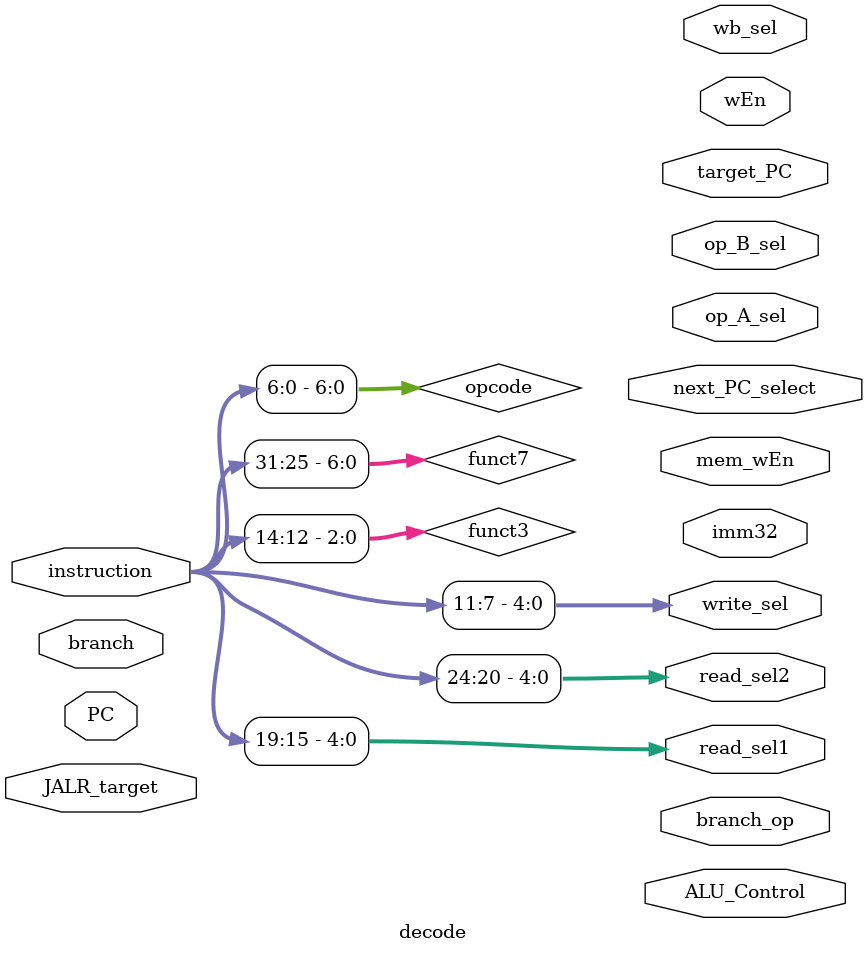
<source format=v>
`timescale 1ns / 1ps

module decode #(
  parameter ADDRESS_BITS = 16
) (
  // Inputs from Fetch
  input [ADDRESS_BITS-1:0] PC,
  input [31:0] instruction,

  // Inputs from Execute/ALU
  input [ADDRESS_BITS-1:0] JALR_target,
  input branch,

  // Outputs to Fetch
  output next_PC_select,
  output [ADDRESS_BITS-1:0] target_PC,

  // Outputs to Reg File
  output [4:0] read_sel1,
  output [4:0] read_sel2,
  output [4:0] write_sel,
  output wEn,

  // Outputs to Execute/ALU
  output branch_op, // Tells ALU if this is a branch instruction
  output [31:0] imm32,
  output [1:0] op_A_sel,
  output op_B_sel,
  output [5:0] ALU_Control,

  // Outputs to Memory
  output mem_wEn,

  // Outputs to Writeback
  output wb_sel

);

localparam [6:0]R_TYPE  = 7'b0110011,
                I_TYPE  = 7'b0010011,
                STORE   = 7'b0100011,
                LOAD    = 7'b0000011,
                BRANCH  = 7'b1100011,
                JALR    = 7'b1100111,
                JAL     = 7'b1101111,
                AUIPC   = 7'b0010111,
                LUI     = 7'b0110111;


// These are internal wires that I used. You can use them but you do not have to.
// Wires you do not use can be deleted.
wire[6:0]  s_imm_msb;
wire[4:0]  s_imm_lsb;
wire[19:0] u_imm;
wire[11:0] i_imm_orig;
wire[19:0] uj_imm;
wire[11:0] s_imm_orig;
wire[12:0] sb_imm_orig;

wire[31:0] sb_imm_32;
wire[31:0] u_imm_32;
wire[31:0] i_imm_32;
wire[31:0] s_imm_32;
wire[31:0] uj_imm_32;

wire [6:0] opcode;
wire [6:0] funct7;
wire [2:0] funct3;
wire [1:0] extend_sel;
wire [ADDRESS_BITS-1:0] branch_target;
wire [ADDRESS_BITS-1:0] JAL_target;


// Read registers
assign read_sel2  = instruction[24:20];
assign read_sel1  = instruction[19:15];

/* Instruction decoding */
assign opcode = instruction[6:0];
assign funct7 = instruction[31:25];
assign funct3 = instruction[14:12];

/* Write register */
assign write_sel = instruction[11:7];


/******************************************************************************
*                      Start Your Code Here
******************************************************************************/

endmodule

</source>
